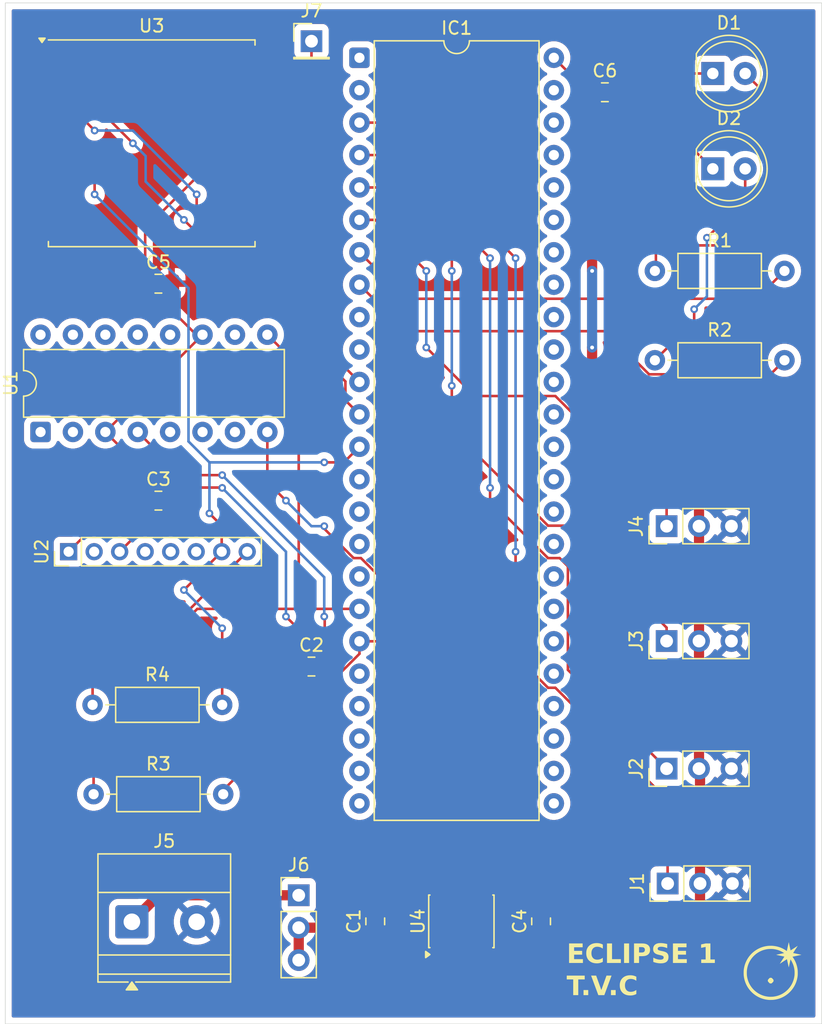
<source format=kicad_pcb>
(kicad_pcb (version 20241229) (generator "pcbnew") (generator_version "9.0")
  (layers (0 "F.Cu" signal) (2 "B.Cu" signal) (13 "F.Paste" user) (15 "B.Paste" user) (5 "F.SilkS" user "F.Silkscreen") (7 "B.SilkS" user "B.Silkscreen") (1 "F.Mask" user) (3 "B.Mask" user) (25 "Edge.Cuts" user))
  (net 0 "")
  (net 1 "VCC_5V")
  (net 2 "Net-(U1-GNDA)")
  (net 3 "/VCC_3V3")
  (net 4 "Net-(U2-GND)")
  (net 5 "/Vcc_3V3")
  (net 6 "Net-(C4-Pad2)")
  (net 7 "GND")
  (net 8 "Net-(IC1-GND_5)")
  (net 9 "Net-(D1-K)")
  (net 10 "Net-(D1-A)")
  (net 11 "Net-(D2-A)")
  (net 18 "Net-(IC1-IN2)")
  (net 19 "Net-(IC1-TX2)")
  (net 22 "/I2C_SCL")
  (net 27 "/I2C_SDA")
  (net 34 "Net-(IC1-LRCLK2)")
  (net 35 "/SPI_SCK")
  (net 38 "Net-(IC1-BCLK2)")
  (net 43 "/SPI_MISO")
  (net 46 "Net-(IC1-OUT1D)")
  (net 49 "/SPI_MOSI")
  (net 56 "Net-(IC1-RX2)")
  (net 59 "Net-(J5-Pin_1)")
  (net 60 "Net-(J7-Pin_1)")
  (net 61 "Net-(U2-SCLK)")
  (footprint "Capacitor_SMD:C_0805_2012Metric_Pad1.18x1.45mm_HandSolder" (layer "F.Cu") (at 143 138.9625 90)
    (property "Reference" "C1" (at 0 -1.68 90) (layer "F.SilkS"))
    (property "Value" "C_Polarized")
    (pad "1" smd roundrect (at -1.0375 0 90) (size 1.175 1.45) (layers "F.Cu" "F.Mask" "F.Paste") (roundrect_rratio 0.212766) (net 1 "VCC_5V"))
    (pad "2" smd roundrect (at 1.0375 0 90) (size 1.175 1.45) (layers "F.Cu" "F.Mask" "F.Paste") (roundrect_rratio 0.212766) (net 1 "VCC_5V"))
  )
  (footprint "LOGO" (layer "F.Cu") (at 174 143)
    (property "Reference" "." (at 0 0 0) (layer "F.SilkS") (effects (font (size 1.5 1.5) (thickness 0.3))))
    (property "Value" "LOGO" (hide yes))
  )
  (footprint "TerminalBlock_Phoenix:TerminalBlock_Phoenix_MKDS-1,5-2-5.08_1x02_P5.08mm_Horizontal" (layer "F.Cu") (at 123.92 139)
    (property "Reference" "J5" (at 2.54 -6.32 0) (layer "F.SilkS"))
    (property "Value" "Conn_01x02_Pin")
    (pad "1" thru_hole roundrect (at 0 0) (size 2.6 2.6) (drill 1.3) (layers "*.Cu" "*.Mask") (roundrect_rratio 0.096154) (net 59 "Net-(J5-Pin_1)"))
    (pad "2" thru_hole circle (at 5.08 0) (size 2.6 2.6) (drill 1.3) (layers "*.Cu" "*.Mask") (net 7 "GND"))
  )
  (footprint "LED_THT:LED_D5.0mm" (layer "F.Cu") (at 169.46 80)
    (property "Reference" "D2" (at 1.27 -3.96 0) (layer "F.SilkS"))
    (property "Value" "LED")
    (pad "1" thru_hole rect (at 0 0) (size 1.8 1.8) (drill 0.9) (layers "*.Cu" "*.Mask") (net 9 "Net-(D1-K)"))
    (pad "2" thru_hole circle (at 2.54 0) (size 1.8 1.8) (drill 0.9) (layers "*.Cu" "*.Mask") (net 11 "Net-(D2-A)"))
  )
  (footprint "Capacitor_SMD:C_0805_2012Metric_Pad1.18x1.45mm_HandSolder" (layer "F.Cu") (at 161 74)
    (property "Reference" "C6" (at 0 -1.68 0) (layer "F.SilkS"))
    (property "Value" "C")
    (pad "1" smd roundrect (at -1.0375 0) (size 1.175 1.45) (layers "F.Cu" "F.Mask" "F.Paste") (roundrect_rratio 0.212766) (net 1 "VCC_5V"))
    (pad "2" smd roundrect (at 1.0375 0) (size 1.175 1.45) (layers "F.Cu" "F.Mask" "F.Paste") (roundrect_rratio 0.212766) (net 8 "Net-(IC1-GND_5)"))
  )
  (footprint "Connector_PinHeader_2.54mm:PinHeader_1x03_P2.54mm_Vertical" (layer "F.Cu") (at 165.84 108 90)
    (property "Reference" "J4" (at 0 -2.38 90) (layer "F.SilkS"))
    (property "Value" "Conn_01x03")
    (pad "1" thru_hole rect (at 0 0 90) (size 1.7 1.7) (drill 1) (layers "*.Cu" "*.Mask") (net 46 "Net-(IC1-OUT1D)"))
    (pad "2" thru_hole circle (at 0 2.54 90) (size 1.7 1.7) (drill 1) (layers "*.Cu" "*.Mask") (net 1 "VCC_5V"))
    (pad "3" thru_hole circle (at 0 5.08 90) (size 1.7 1.7) (drill 1) (layers "*.Cu" "*.Mask") (net 7 "GND"))
  )
  (footprint "Package_DIP:DIP-48_W15.24mm" (layer "F.Cu") (at 141.76 71.3)
    (property "Reference" "IC1" (at 7.62 -2.33 0) (layer "F.SilkS"))
    (property "Value" "TEENSY_4.1")
    (pad "1" thru_hole roundrect (at 0 0) (size 1.6 1.6) (drill 0.8) (layers "*.Cu" "*.Mask") (roundrect_rratio 0.15625))
    (pad "2" thru_hole circle (at 0 2.54) (size 1.6 1.6) (drill 0.8) (layers "*.Cu" "*.Mask"))
    (pad "3" thru_hole circle (at 0 5.08) (size 1.6 1.6) (drill 0.8) (layers "*.Cu" "*.Mask") (net 34 "Net-(IC1-LRCLK2)"))
    (pad "4" thru_hole circle (at 0 7.62) (size 1.6 1.6) (drill 0.8) (layers "*.Cu" "*.Mask") (net 38 "Net-(IC1-BCLK2)"))
    (pad "5" thru_hole circle (at 0 10.16) (size 1.6 1.6) (drill 0.8) (layers "*.Cu" "*.Mask") (net 18 "Net-(IC1-IN2)"))
    (pad "6" thru_hole circle (at 0 12.7) (size 1.6 1.6) (drill 0.8) (layers "*.Cu" "*.Mask") (net 46 "Net-(IC1-OUT1D)"))
    (pad "7" thru_hole circle (at 0 15.24) (size 1.6 1.6) (drill 0.8) (layers "*.Cu" "*.Mask") (net 56 "Net-(IC1-RX2)"))
    (pad "8" thru_hole circle (at 0 17.78) (size 1.6 1.6) (drill 0.8) (layers "*.Cu" "*.Mask") (net 19 "Net-(IC1-TX2)"))
    (pad "9" thru_hole circle (at 0 20.32) (size 1.6 1.6) (drill 0.8) (layers "*.Cu" "*.Mask"))
    (pad "10" thru_hole circle (at 0 22.86) (size 1.6 1.6) (drill 0.8) (layers "*.Cu" "*.Mask"))
    (pad "11" thru_hole circle (at 0 25.4) (size 1.6 1.6) (drill 0.8) (layers "*.Cu" "*.Mask") (net 49 "/SPI_MOSI"))
    (pad "12" thru_hole circle (at 0 27.94) (size 1.6 1.6) (drill 0.8) (layers "*.Cu" "*.Mask") (net 43 "/SPI_MISO"))
    (pad "13" thru_hole circle (at 0 30.48) (size 1.6 1.6) (drill 0.8) (layers "*.Cu" "*.Mask") (net 35 "/SPI_SCK"))
    (pad "14" thru_hole circle (at 0 33.02) (size 1.6 1.6) (drill 0.8) (layers "*.Cu" "*.Mask"))
    (pad "15" thru_hole circle (at 0 35.56) (size 1.6 1.6) (drill 0.8) (layers "*.Cu" "*.Mask"))
    (pad "16" thru_hole circle (at 0 38.1) (size 1.6 1.6) (drill 0.8) (layers "*.Cu" "*.Mask"))
    (pad "17" thru_hole circle (at 0 40.64) (size 1.6 1.6) (drill 0.8) (layers "*.Cu" "*.Mask"))
    (pad "18" thru_hole circle (at 0 43.18) (size 1.6 1.6) (drill 0.8) (layers "*.Cu" "*.Mask") (net 27 "/I2C_SDA"))
    (pad "19" thru_hole circle (at 0 45.72) (size 1.6 1.6) (drill 0.8) (layers "*.Cu" "*.Mask") (net 22 "/I2C_SCL"))
    (pad "20" thru_hole circle (at 0 48.26) (size 1.6 1.6) (drill 0.8) (layers "*.Cu" "*.Mask"))
    (pad "21" thru_hole circle (at 0 50.8) (size 1.6 1.6) (drill 0.8) (layers "*.Cu" "*.Mask"))
    (pad "22" thru_hole circle (at 0 53.34) (size 1.6 1.6) (drill 0.8) (layers "*.Cu" "*.Mask"))
    (pad "23" thru_hole circle (at 0 55.88) (size 1.6 1.6) (drill 0.8) (layers "*.Cu" "*.Mask"))
    (pad "24" thru_hole circle (at 0 58.42) (size 1.6 1.6) (drill 0.8) (layers "*.Cu" "*.Mask"))
    (pad "25" thru_hole circle (at 15.24 58.42) (size 1.6 1.6) (drill 0.8) (layers "*.Cu" "*.Mask"))
    (pad "26" thru_hole circle (at 15.24 55.88) (size 1.6 1.6) (drill 0.8) (layers "*.Cu" "*.Mask"))
    (pad "27" thru_hole circle (at 15.24 53.34) (size 1.6 1.6) (drill 0.8) (layers "*.Cu" "*.Mask"))
    (pad "28" thru_hole circle (at 15.24 50.8) (size 1.6 1.6) (drill 0.8) (layers "*.Cu" "*.Mask"))
    (pad "29" thru_hole circle (at 15.24 48.26) (size 1.6 1.6) (drill 0.8) (layers "*.Cu" "*.Mask"))
    (pad "30" thru_hole circle (at 15.24 45.72) (size 1.6 1.6) (drill 0.8) (layers "*.Cu" "*.Mask"))
    (pad "31" thru_hole circle (at 15.24 43.18) (size 1.6 1.6) (drill 0.8) (layers "*.Cu" "*.Mask"))
    (pad "32" thru_hole circle (at 15.24 40.64) (size 1.6 1.6) (drill 0.8) (layers "*.Cu" "*.Mask"))
    (pad "33" thru_hole circle (at 15.24 38.1) (size 1.6 1.6) (drill 0.8) (layers "*.Cu" "*.Mask"))
    (pad "34" thru_hole circle (at 15.24 35.56) (size 1.6 1.6) (drill 0.8) (layers "*.Cu" "*.Mask"))
    (pad "35" thru_hole circle (at 15.24 33.02) (size 1.6 1.6) (drill 0.8) (layers "*.Cu" "*.Mask"))
    (pad "36" thru_hole circle (at 15.24 30.48) (size 1.6 1.6) (drill 0.8) (layers "*.Cu" "*.Mask"))
    (pad "37" thru_hole circle (at 15.24 27.94) (size 1.6 1.6) (drill 0.8) (layers "*.Cu" "*.Mask"))
    (pad "38" thru_hole circle (at 15.24 25.4) (size 1.6 1.6) (drill 0.8) (layers "*.Cu" "*.Mask"))
    (pad "39" thru_hole circle (at 15.24 22.86) (size 1.6 1.6) (drill 0.8) (layers "*.Cu" "*.Mask"))
    (pad "40" thru_hole circle (at 15.24 20.32) (size 1.6 1.6) (drill 0.8) (layers "*.Cu" "*.Mask"))
    (pad "41" thru_hole circle (at 15.24 17.78) (size 1.6 1.6) (drill 0.8) (layers "*.Cu" "*.Mask"))
    (pad "42" thru_hole circle (at 15.24 15.24) (size 1.6 1.6) (drill 0.8) (layers "*.Cu" "*.Mask"))
    (pad "43" thru_hole circle (at 15.24 12.7) (size 1.6 1.6) (drill 0.8) (layers "*.Cu" "*.Mask"))
    (pad "44" thru_hole circle (at 15.24 10.16) (size 1.6 1.6) (drill 0.8) (layers "*.Cu" "*.Mask"))
    (pad "45" thru_hole circle (at 15.24 7.62) (size 1.6 1.6) (drill 0.8) (layers "*.Cu" "*.Mask"))
    (pad "46" thru_hole circle (at 15.24 5.08) (size 1.6 1.6) (drill 0.8) (layers "*.Cu" "*.Mask"))
    (pad "47" thru_hole circle (at 15.24 2.54) (size 1.6 1.6) (drill 0.8) (layers "*.Cu" "*.Mask"))
    (pad "48" thru_hole circle (at 15.24 0) (size 1.6 1.6) (drill 0.8) (layers "*.Cu" "*.Mask") (net 9 "Net-(D1-K)"))
  )
  (footprint "Resistor_THT:R_Axial_DIN0207_L6.3mm_D2.5mm_P10.16mm_Horizontal" (layer "F.Cu") (at 120.92 129)
    (property "Reference" "R3" (at 5.08 -2.37 0) (layer "F.SilkS"))
    (property "Value" "R")
    (pad "1" thru_hole circle (at 0 0) (size 1.6 1.6) (drill 0.8) (layers "*.Cu" "*.Mask") (net 61 "Net-(U2-SCLK)"))
    (pad "2" thru_hole circle (at 10.16 0) (size 1.6 1.6) (drill 0.8) (layers "*.Cu" "*.Mask") (net 22 "/I2C_SCL"))
  )
  (footprint "Capacitor_SMD:C_0805_2012Metric_Pad1.18x1.45mm_HandSolder" (layer "F.Cu") (at 126 106)
    (property "Reference" "C3" (at 0 -1.68 0) (layer "F.SilkS"))
    (property "Value" "C")
    (pad "1" smd roundrect (at -1.0375 0) (size 1.175 1.45) (layers "F.Cu" "F.Mask" "F.Paste") (roundrect_rratio 0.212766) (net 3 "/VCC_3V3"))
    (pad "2" smd roundrect (at 1.0375 0) (size 1.175 1.45) (layers "F.Cu" "F.Mask" "F.Paste") (roundrect_rratio 0.212766) (net 4 "Net-(U2-GND)"))
  )
  (footprint "Capacitor_SMD:C_0805_2012Metric_Pad1.18x1.45mm_HandSolder" (layer "F.Cu") (at 138 119)
    (property "Reference" "C2" (at 0 -1.68 0) (layer "F.SilkS"))
    (property "Value" "C")
    (pad "1" smd roundrect (at -1.0375 0) (size 1.175 1.45) (layers "F.Cu" "F.Mask" "F.Paste") (roundrect_rratio 0.212766) (net 3 "/VCC_3V3"))
    (pad "2" smd roundrect (at 1.0375 0) (size 1.175 1.45) (layers "F.Cu" "F.Mask" "F.Paste") (roundrect_rratio 0.212766) (net 2 "Net-(U1-GNDA)"))
  )
  (footprint "Connector_PinHeader_2.54mm:PinHeader_1x01_P2.54mm_Vertical" (layer "F.Cu") (at 138 70)
    (property "Reference" "J7" (at 0 -2.38 0) (layer "F.SilkS"))
    (property "Value" "Conn_01x01_Pin")
    (pad "1" thru_hole rect (at 0 0) (size 1.7 1.7) (drill 1) (layers "*.Cu" "*.Mask") (net 60 "Net-(J7-Pin_1)"))
  )
  (footprint "Resistor_THT:R_Axial_DIN0207_L6.3mm_D2.5mm_P10.16mm_Horizontal" (layer "F.Cu") (at 164.92 95)
    (property "Reference" "R2" (at 5.08 -2.37 0) (layer "F.SilkS"))
    (property "Value" "R")
    (pad "1" thru_hole circle (at 0 0) (size 1.6 1.6) (drill 0.8) (layers "*.Cu" "*.Mask") (net 11 "Net-(D2-A)"))
    (pad "2" thru_hole circle (at 10.16 0) (size 1.6 1.6) (drill 0.8) (layers "*.Cu" "*.Mask") (net 19 "Net-(IC1-TX2)"))
  )
  (footprint "Connector_PinHeader_2.54mm:PinHeader_1x03_P2.54mm_Vertical" (layer "F.Cu") (at 165.84 117 90)
    (property "Reference" "J3" (at 0 -2.38 90) (layer "F.SilkS"))
    (property "Value" "Conn_01x03")
    (pad "1" thru_hole rect (at 0 0 90) (size 1.7 1.7) (drill 1) (layers "*.Cu" "*.Mask") (net 18 "Net-(IC1-IN2)"))
    (pad "2" thru_hole circle (at 0 2.54 90) (size 1.7 1.7) (drill 1) (layers "*.Cu" "*.Mask") (net 1 "VCC_5V"))
    (pad "3" thru_hole circle (at 0 5.08 90) (size 1.7 1.7) (drill 1) (layers "*.Cu" "*.Mask") (net 7 "GND"))
  )
  (footprint "Package_DIP:DIP-16_W7.62mm" (layer "F.Cu") (at 116.76 100.62 90)
    (property "Reference" "U1" (at 3.81 -2.33 90) (layer "F.SilkS"))
    (property "Value" "BMI088")
    (pad "1" thru_hole roundrect (at 0 0 90) (size 1.6 1.6) (drill 0.8) (layers "*.Cu" "*.Mask") (roundrect_rratio 0.15625))
    (pad "2" thru_hole circle (at 0 2.54 90) (size 1.6 1.6) (drill 0.8) (layers "*.Cu" "*.Mask"))
    (pad "3" thru_hole circle (at 0 5.08 90) (size 1.6 1.6) (drill 0.8) (layers "*.Cu" "*.Mask") (net 3 "/VCC_3V3"))
    (pad "4" thru_hole circle (at 0 7.62 90) (size 1.6 1.6) (drill 0.8) (layers "*.Cu" "*.Mask") (net 2 "Net-(U1-GNDA)"))
    (pad "5" thru_hole circle (at 0 10.16 90) (size 1.6 1.6) (drill 0.8) (layers "*.Cu" "*.Mask"))
    (pad "6" thru_hole circle (at 0 12.7 90) (size 1.6 1.6) (drill 0.8) (layers "*.Cu" "*.Mask"))
    (pad "7" thru_hole circle (at 0 15.24 90) (size 1.6 1.6) (drill 0.8) (layers "*.Cu" "*.Mask"))
    (pad "8" thru_hole circle (at 0 17.78 90) (size 1.6 1.6) (drill 0.8) (layers "*.Cu" "*.Mask") (net 22 "/I2C_SCL"))
    (pad "9" thru_hole circle (at 7.62 17.78 90) (size 1.6 1.6) (drill 0.8) (layers "*.Cu" "*.Mask") (net 27 "/I2C_SDA"))
    (pad "10" thru_hole circle (at 7.62 15.24 90) (size 1.6 1.6) (drill 0.8) (layers "*.Cu" "*.Mask"))
    (pad "11" thru_hole circle (at 7.62 12.7 90) (size 1.6 1.6) (drill 0.8) (layers "*.Cu" "*.Mask") (net 3 "/VCC_3V3"))
    (pad "12" thru_hole circle (at 7.62 10.16 90) (size 1.6 1.6) (drill 0.8) (layers "*.Cu" "*.Mask"))
    (pad "13" thru_hole circle (at 7.62 7.62 90) (size 1.6 1.6) (drill 0.8) (layers "*.Cu" "*.Mask"))
    (pad "14" thru_hole circle (at 7.62 5.08 90) (size 1.6 1.6) (drill 0.8) (layers "*.Cu" "*.Mask"))
    (pad "15" thru_hole circle (at 7.62 2.54 90) (size 1.6 1.6) (drill 0.8) (layers "*.Cu" "*.Mask"))
    (pad "16" thru_hole circle (at 7.62 0 90) (size 1.6 1.6) (drill 0.8) (layers "*.Cu" "*.Mask"))
  )
  (footprint "Capacitor_SMD:C_0805_2012Metric_Pad1.18x1.45mm_HandSolder" (layer "F.Cu") (at 156 138.9625 90)
    (property "Reference" "C4" (at 0 -1.68 90) (layer "F.SilkS"))
    (property "Value" "C_Polarized")
    (pad "1" smd roundrect (at -1.0375 0 90) (size 1.175 1.45) (layers "F.Cu" "F.Mask" "F.Paste") (roundrect_rratio 0.212766) (net 5 "/Vcc_3V3"))
    (pad "2" smd roundrect (at 1.0375 0 90) (size 1.175 1.45) (layers "F.Cu" "F.Mask" "F.Paste") (roundrect_rratio 0.212766) (net 6 "Net-(C4-Pad2)"))
  )
  (footprint "Connector_PinHeader_2.54mm:PinHeader_1x03_P2.54mm_Vertical" (layer "F.Cu") (at 137 136.92)
    (property "Reference" "J6" (at 0 -2.38 0) (layer "F.SilkS"))
    (property "Value" "Conn_01x03")
    (pad "1" thru_hole rect (at 0 0) (size 1.7 1.7) (drill 1) (layers "*.Cu" "*.Mask") (net 59 "Net-(J5-Pin_1)"))
    (pad "2" thru_hole circle (at 0 2.54) (size 1.7 1.7) (drill 1) (layers "*.Cu" "*.Mask") (net 1 "VCC_5V"))
    (pad "3" thru_hole circle (at 0 5.08) (size 1.7 1.7) (drill 1) (layers "*.Cu" "*.Mask") (net 1 "VCC_5V"))
  )
  (footprint "Package_SO:SOIC-8-1EP_3.9x4.9mm_P1.27mm_EP2.29x3mm" (layer "F.Cu") (at 149.75 138.9625 90)
    (property "Reference" "U4" (at 0 -3.4 90) (layer "F.SilkS"))
    (property "Value" "ADP7142ARDZ-3.3")
    (pad "1" smd roundrect (at -2.475 -1.905 90) (size 1.95 0.6) (layers "F.Cu" "F.Mask" "F.Paste") (net 5 "/Vcc_3V3"))
    (pad "2" smd roundrect (at -2.475 -0.635 90) (size 1.95 0.6) (layers "F.Cu" "F.Mask" "F.Paste") (net 5 "/Vcc_3V3"))
    (pad "3" smd roundrect (at -2.475 0.635 90) (size 1.95 0.6) (layers "F.Cu" "F.Mask" "F.Paste"))
    (pad "4" smd roundrect (at -2.475 1.905 90) (size 1.95 0.6) (layers "F.Cu" "F.Mask" "F.Paste") (net 6 "Net-(C4-Pad2)"))
    (pad "5" smd roundrect (at 2.475 1.905 90) (size 1.95 0.6) (layers "F.Cu" "F.Mask" "F.Paste"))
    (pad "6" smd roundrect (at 2.475 0.635 90) (size 1.95 0.6) (layers "F.Cu" "F.Mask" "F.Paste"))
    (pad "7" smd roundrect (at 2.475 -0.635 90) (size 1.95 0.6) (layers "F.Cu" "F.Mask" "F.Paste") (net 1 "VCC_5V"))
    (pad "8" smd roundrect (at 2.475 -1.905 90) (size 1.95 0.6) (layers "F.Cu" "F.Mask" "F.Paste") (net 1 "VCC_5V"))
    (pad "9" smd rect (at 0 0 90) (size 2.29 3) (property pad_prop_heatsink) (layers "F.Cu" "F.Mask") (net 6 "Net-(C4-Pad2)"))
  )
  (footprint "Connector_PinHeader_2.00mm:PinHeader_1x08_P2.00mm_Vertical" (layer "F.Cu") (at 118.9625 110 90)
    (property "Reference" "U2" (at 0 -2.11 90) (layer "F.SilkS"))
    (property "Value" "MS5611-01BA03")
    (pad "1" thru_hole rect (at 0 0 90) (size 1.35 1.35) (drill 0.8) (layers "*.Cu" "*.Mask") (net 3 "/VCC_3V3"))
    (pad "2" thru_hole circle (at 0 2 90) (size 1.35 1.35) (drill 0.8) (layers "*.Cu" "*.Mask"))
    (pad "3" thru_hole circle (at 0 4 90) (size 1.35 1.35) (drill 0.8) (layers "*.Cu" "*.Mask") (net 4 "Net-(U2-GND)"))
    (pad "4" thru_hole circle (at 0 6 90) (size 1.35 1.35) (drill 0.8) (layers "*.Cu" "*.Mask"))
    (pad "5" thru_hole circle (at 0 8 90) (size 1.35 1.35) (drill 0.8) (layers "*.Cu" "*.Mask"))
    (pad "6" thru_hole circle (at 0 10 90) (size 1.35 1.35) (drill 0.8) (layers "*.Cu" "*.Mask"))
    (pad "7" thru_hole circle (at 0 12 90) (size 1.35 1.35) (drill 0.8) (layers "*.Cu" "*.Mask") (net 35 "/SPI_SCK"))
    (pad "8" thru_hole circle (at 0 14 90) (size 1.35 1.35) (drill 0.8) (layers "*.Cu" "*.Mask") (net 61 "Net-(U2-SCLK)"))
  )
  (footprint "Capacitor_SMD:C_0805_2012Metric_Pad1.18x1.45mm_HandSolder" (layer "F.Cu") (at 126 89)
    (property "Reference" "C5" (at 0 -1.68 0) (layer "F.SilkS"))
    (property "Value" "C")
    (pad "1" smd roundrect (at -1.0375 0) (size 1.175 1.45) (layers "F.Cu" "F.Mask" "F.Paste") (roundrect_rratio 0.212766) (net 3 "/VCC_3V3"))
    (pad "2" smd roundrect (at 1.0375 0) (size 1.175 1.45) (layers "F.Cu" "F.Mask" "F.Paste") (roundrect_rratio 0.212766) (net 7 "GND"))
  )
  (footprint "Connector_PinHeader_2.54mm:PinHeader_1x03_P2.54mm_Vertical" (layer "F.Cu") (at 165.92 136 90)
    (property "Reference" "J1" (at 0 -2.38 90) (layer "F.SilkS"))
    (property "Value" "Conn_01x03")
    (pad "1" thru_hole rect (at 0 0 90) (size 1.7 1.7) (drill 1) (layers "*.Cu" "*.Mask") (net 34 "Net-(IC1-LRCLK2)"))
    (pad "2" thru_hole circle (at 0 2.54 90) (size 1.7 1.7) (drill 1) (layers "*.Cu" "*.Mask") (net 1 "VCC_5V"))
    (pad "3" thru_hole circle (at 0 5.08 90) (size 1.7 1.7) (drill 1) (layers "*.Cu" "*.Mask") (net 7 "GND"))
  )
  (footprint "Resistor_THT:R_Axial_DIN0207_L6.3mm_D2.5mm_P10.16mm_Horizontal" (layer "F.Cu") (at 120.84 122)
    (property "Reference" "R4" (at 5.08 -2.37 0) (layer "F.SilkS"))
    (property "Value" "R")
    (pad "1" thru_hole circle (at 0 0) (size 1.6 1.6) (drill 0.8) (layers "*.Cu" "*.Mask") (net 27 "/I2C_SDA"))
    (pad "2" thru_hole circle (at 10.16 0) (size 1.6 1.6) (drill 0.8) (layers "*.Cu" "*.Mask") (net 35 "/SPI_SCK"))
  )
  (footprint "RF_Module:HOPERF_RFM9XW_SMD" (layer "F.Cu") (at 125.475 78)
    (property "Reference" "U3" (at 0 -9.2 0) (layer "F.SilkS"))
    (property "Value" "RFM95W-868S2")
    (pad "1" smd roundrect (at -7.525 -7) (size 2.95 1.27) (layers "F.Cu" "F.Mask" "F.Paste") (net 7 "GND"))
    (pad "2" smd roundrect (at -7.525 -5) (size 2.95 1.27) (layers "F.Cu" "F.Mask" "F.Paste") (net 43 "/SPI_MISO"))
    (pad "3" smd roundrect (at -7.525 -3) (size 2.95 1.27) (layers "F.Cu" "F.Mask" "F.Paste") (net 49 "/SPI_MOSI"))
    (pad "4" smd roundrect (at -7.525 -1) (size 2.95 1.27) (layers "F.Cu" "F.Mask" "F.Paste") (net 35 "/SPI_SCK"))
    (pad "5" smd roundrect (at -7.525 1) (size 2.95 1.27) (layers "F.Cu" "F.Mask" "F.Paste"))
    (pad "6" smd roundrect (at -7.525 3) (size 2.95 1.27) (layers "F.Cu" "F.Mask" "F.Paste"))
    (pad "7" smd roundrect (at -7.525 5) (size 2.95 1.27) (layers "F.Cu" "F.Mask" "F.Paste"))
    (pad "8" smd roundrect (at -7.525 7) (size 2.95 1.27) (layers "F.Cu" "F.Mask" "F.Paste") (net 7 "GND"))
    (pad "9" smd roundrect (at 7.525 7) (size 2.95 1.27) (layers "F.Cu" "F.Mask" "F.Paste") (net 60 "Net-(J7-Pin_1)"))
    (pad "10" smd roundrect (at 7.525 5) (size 2.95 1.27) (layers "F.Cu" "F.Mask" "F.Paste") (net 7 "GND"))
    (pad "11" smd roundrect (at 7.525 3) (size 2.95 1.27) (layers "F.Cu" "F.Mask" "F.Paste"))
    (pad "12" smd roundrect (at 7.525 1) (size 2.95 1.27) (layers "F.Cu" "F.Mask" "F.Paste"))
    (pad "13" smd roundrect (at 7.525 -1) (size 2.95 1.27) (layers "F.Cu" "F.Mask" "F.Paste") (net 3 "/VCC_3V3"))
    (pad "14" smd roundrect (at 7.525 -3) (size 2.95 1.27) (layers "F.Cu" "F.Mask" "F.Paste"))
    (pad "15" smd roundrect (at 7.525 -5) (size 2.95 1.27) (layers "F.Cu" "F.Mask" "F.Paste"))
    (pad "16" smd roundrect (at 7.525 -7) (size 2.95 1.27) (layers "F.Cu" "F.Mask" "F.Paste"))
  )
  (footprint "LED_THT:LED_D5.0mm" (layer "F.Cu") (at 169.46 72.53)
    (property "Reference" "D1" (at 1.27 -3.96 0) (layer "F.SilkS"))
    (property "Value" "LED")
    (pad "1" thru_hole rect (at 0 0) (size 1.8 1.8) (drill 0.9) (layers "*.Cu" "*.Mask") (net 9 "Net-(D1-K)"))
    (pad "2" thru_hole circle (at 2.54 0) (size 1.8 1.8) (drill 0.9) (layers "*.Cu" "*.Mask") (net 10 "Net-(D1-A)"))
  )
  (footprint "Resistor_THT:R_Axial_DIN0207_L6.3mm_D2.5mm_P10.16mm_Horizontal" (layer "F.Cu") (at 164.92 88)
    (property "Reference" "R1" (at 5.08 -2.37 0) (layer "F.SilkS"))
    (property "Value" "R")
    (pad "1" thru_hole circle (at 0 0) (size 1.6 1.6) (drill 0.8) (layers "*.Cu" "*.Mask") (net 10 "Net-(D1-A)"))
    (pad "2" thru_hole circle (at 10.16 0) (size 1.6 1.6) (drill 0.8) (layers "*.Cu" "*.Mask") (net 56 "Net-(IC1-RX2)"))
  )
  (footprint "Connector_PinHeader_2.54mm:PinHeader_1x03_P2.54mm_Vertical" (layer "F.Cu") (at 165.84 127 90)
    (property "Reference" "J2" (at 0 -2.38 90) (layer "F.SilkS"))
    (property "Value" "Conn_01x03")
    (pad "1" thru_hole rect (at 0 0 90) (size 1.7 1.7) (drill 1) (layers "*.Cu" "*.Mask") (net 38 "Net-(IC1-BCLK2)"))
    (pad "2" thru_hole circle (at 0 2.54 90) (size 1.7 1.7) (drill 1) (layers "*.Cu" "*.Mask") (net 1 "VCC_5V"))
    (pad "3" thru_hole circle (at 0 5.08 90) (size 1.7 1.7) (drill 1) (layers "*.Cu" "*.Mask") (net 7 "GND"))
  )
  (gr_rect (start 114 67) (end 178 147) (stroke (width 0.05)) (fill no) (layer "Edge.Cuts"))
  (gr_text "ECLIPSE 1 \nT.V.C" (at 158 145 0) (layer "F.SilkS") (effects (font (size 1.5 1.5) (thickness 0.3) (bold yes)) (justify left bottom)))
  (segment (start 150.3325 134) (end 149.115 135.2175) (width 0.8) (layer "F.Cu") (net 1))
  (segment (start 168.38 108) (end 168.38 106.38) (width 0.8) (layer "F.Cu") (net 1))
  (segment (start 168.46 127.08) (end 168.38 127) (width 0.8) (layer "F.Cu") (net 1))
  (segment (start 146.4075 137.925) (end 143 137.925) (width 0.8) (layer "F.Cu") (net 1))
  (segment (start 155.67366 136) (end 153.67366 134) (width 0.8) (layer "F.Cu") (net 1))
  (segment (start 168.46 136) (end 168.46 127.08) (width 0.8) (layer "F.Cu") (net 1))
  (segment (start 157 136) (end 155.67366 136) (width 0.8) (layer "F.Cu") (net 1))
  (segment (start 168.46 137.54) (end 168 138) (width 0.8) (layer "F.Cu") (net 1))
  (segment (start 147.845 136.4875) (end 146.4075 137.925) (width 0.8) (layer "F.Cu") (net 1))
  (segment (start 168.38 127) (end 168.38 117) (width 0.8) (layer "F.Cu") (net 1))
  (segment (start 160 98) (end 160 94) (width 0.8) (layer "F.Cu") (net 1))
  (segment (start 168 138) (end 159 138) (width 0.8) (layer "F.Cu") (net 1))
  (segment (start 149.115 135.2175) (end 149.115 136.4875) (width 0.8) (layer "F.Cu") (net 1))
  (segment (start 168.38 106.38) (end 160 98) (width 0.8) (layer "F.Cu") (net 1))
  (segment (start 149.115 136.4875) (end 147.845 136.4875) (width 0.8) (layer "F.Cu") (net 1))
  (segment (start 143 137.925) (end 143 140) (width 0.8) (layer "F.Cu") (net 1))
  (segment (start 160 88) (end 160 87) (width 0.8) (layer "F.Cu") (net 1))
  (segment (start 142 140) (end 141.46 139.46) (width 0.8) (layer "F.Cu") (net 1))
  (segment (start 141.46 139.46) (end 137 139.46) (width 0.8) (layer "F.Cu") (net 1))
  (segment (start 160 87) (end 159.9625 86.9625) (width 0.8) (layer "F.Cu") (net 1))
  (segment (start 153.67366 134) (end 150.3325 134) (width 0.8) (layer "F.Cu") (net 1))
  (segment (start 168.46 136) (end 168.46 137.54) (width 0.8) (layer "F.Cu") (net 1))
  (segment (start 159.9625 86.9625) (end 159.9625 74) (width 0.8) (layer "F.Cu") (net 1))
  (segment (start 137 139.46) (end 137 142) (width 0.8) (layer "F.Cu") (net 1))
  (segment (start 143 140) (end 142 140) (width 0.8) (layer "F.Cu") (net 1))
  (segment (start 168.38 117) (end 168.38 108) (width 0.8) (layer "F.Cu") (net 1))
  (segment (start 159 138) (end 157 136) (width 0.8) (layer "F.Cu") (net 1))
  (via (at 160 94) (size 0.6) (drill 0.3) (layers "F.Cu" "B.Cu") (net 1))
  (via (at 160 88) (size 0.6) (drill 0.3) (layers "F.Cu" "B.Cu") (net 1))
  (segment (start 160 94) (end 160 88) (width 0.8) (layer "B.Cu") (net 1))
  (segment (start 139.0375 115.1175) (end 139 115.08) (width 0.2) (layer "F.Cu") (net 2))
  (segment (start 139.0375 119) (end 139.0375 115.1175) (width 0.2) (layer "F.Cu") (net 2))
  (segment (start 131 104) (end 127.76 104) (width 0.2) (layer "F.Cu") (net 2))
  (segment (start 127.76 104) (end 124.38 100.62) (width 0.2) (layer "F.Cu") (net 2))
  (via (at 139 115.08) (size 0.6) (drill 0.3) (layers "F.Cu" "B.Cu") (net 2))
  (via (at 131 104) (size 0.6) (drill 0.3) (layers "F.Cu" "B.Cu") (net 2))
  (segment (start 139 115.08) (end 139 112) (width 0.2) (layer "B.Cu") (net 2))
  (segment (start 139 112) (end 131 104) (width 0.2) (layer "B.Cu") (net 2))
  (segment (start 131 105) (end 130.974 104.974) (width 0.2) (layer "F.Cu") (net 3))
  (segment (start 124.9625 106) (end 122.9625 106) (width 0.2) (layer "F.Cu") (net 3))
  (segment (start 125.168 106) (end 126.194 104.974) (width 0.2) (layer "F.Cu") (net 3))
  (segment (start 124.9625 84.687808) (end 132.650308 77) (width 0.2) (layer "F.Cu") (net 3))
  (segment (start 136.9625 116.0425) (end 136 115.08) (width 0.2) (layer "F.Cu") (net 3))
  (segment (start 129.46 93) (end 121.84 100.62) (width 0.2) (layer "F.Cu") (net 3))
  (segment (start 130.974 104.974) (end 126.194 104.974) (width 0.2) (layer "F.Cu") (net 3))
  (segment (start 136.9625 119) (end 136.9625 116.0425) (width 0.2) (layer "F.Cu") (net 3))
  (segment (start 122.9625 106) (end 118.9625 110) (width 0.2) (layer "F.Cu") (net 3))
  (segment (start 124.9625 106) (end 125.168 106) (width 0.2) (layer "F.Cu") (net 3))
  (segment (start 132.650308 77) (end 133 77) (width 0.2) (layer "F.Cu") (net 3))
  (segment (start 124.9625 89) (end 128.9625 93) (width 0.2) (layer "F.Cu") (net 3))
  (segment (start 126.194 104.974) (end 121.84 100.62) (width 0.2) (layer "F.Cu") (net 3))
  (segment (start 128.9625 93) (end 129.46 93) (width 0.2) (layer "F.Cu") (net 3))
  (segment (start 124.9625 89) (end 124.9625 84.687808) (width 0.2) (layer "F.Cu") (net 3))
  (via (at 136 115.08) (size 0.6) (drill 0.3) (layers "F.Cu" "B.Cu") (net 3))
  (via (at 131 105) (size 0.6) (drill 0.3) (layers "F.Cu" "B.Cu") (net 3))
  (segment (start 136 110) (end 131 105) (width 0.2) (layer "B.Cu") (net 3))
  (segment (start 136 115.08) (end 136 110) (width 0.2) (layer "B.Cu") (net 3))
  (segment (start 127.0375 106) (end 126.9625 106) (width 0.2) (layer "F.Cu") (net 4))
  (segment (start 126.9625 106) (end 122.9625 110) (width 0.2) (layer "F.Cu") (net 4))
  (segment (start 149.115 141.4375) (end 147.845 141.4375) (width 0.2) (layer "F.Cu") (net 5))
  (segment (start 149.416001 142.7135) (end 149.115 142.412499) (width 0.2) (layer "F.Cu") (net 5))
  (segment (start 153.2865 142.7135) (end 149.416001 142.7135) (width 0.2) (layer "F.Cu") (net 5))
  (segment (start 156 140) (end 153.2865 142.7135) (width 0.2) (layer "F.Cu") (net 5))
  (segment (start 149.115 142.412499) (end 149.115 141.4375) (width 0.2) (layer "F.Cu") (net 5))
  (segment (start 156 137.925) (end 155.1675 137.925) (width 0.2) (layer "F.Cu") (net 6))
  (segment (start 156 137.925) (end 150.7875 137.925) (width 0.2) (layer "F.Cu") (net 6))
  (segment (start 150.7875 137.925) (end 149.75 138.9625) (width 0.2) (layer "F.Cu") (net 6))
  (segment (start 155.1675 137.925) (end 151.655 141.4375) (width 0.2) (layer "F.Cu") (net 6))
  (segment (start 169.46 80) (end 164 74.54) (width 0.2) (layer "F.Cu") (net 9))
  (segment (start 169.46 72.53) (end 164 72.53) (width 0.2) (layer "F.Cu") (net 9))
  (segment (start 158.23 72.53) (end 157 71.3) (width 0.2) (layer "F.Cu") (net 9))
  (segment (start 164 72.53) (end 158.23 72.53) (width 0.2) (layer "F.Cu") (net 9))
  (segment (start 164 74.54) (end 164 72.53) (width 0.2) (layer "F.Cu") (net 9))
  (segment (start 165 86) (end 165 87.92) (width 0.2) (layer "F.Cu") (net 10))
  (segment (start 172 72.53) (end 175 75.53) (width 0.2) (layer "F.Cu") (net 10))
  (segment (start 165 87.92) (end 164.92 88) (width 0.2) (layer "F.Cu") (net 10))
  (segment (start 175 75.53) (end 175 86) (width 0.2) (layer "F.Cu") (net 10))
  (segment (start 175 86) (end 165 86) (width 0.2) (layer "F.Cu") (net 10))
  (segment (start 168 91) (end 168 91.92) (width 0.2) (layer "F.Cu") (net 11))
  (segment (start 172 82.4) (end 169 85.4) (width 0.2) (layer "F.Cu") (net 11))
  (segment (start 172 80) (end 172 82.4) (width 0.2) (layer "F.Cu") (net 11))
  (segment (start 168 91.92) (end 164.92 95) (width 0.2) (layer "F.Cu") (net 11))
  (via (at 168 91) (size 0.6) (drill 0.3) (layers "F.Cu" "B.Cu") (net 11))
  (via (at 169 85.4) (size 0.6) (drill 0.3) (layers "F.Cu" "B.Cu") (net 11))
  (segment (start 169 90) (end 168 91) (width 0.2) (layer "B.Cu") (net 11))
  (segment (start 169 85.4) (end 169 90) (width 0.2) (layer "B.Cu") (net 11))
  (segment (start 144.46 81.46) (end 141.76 81.46) (width 0.2) (layer "F.Cu") (net 18))
  (segment (start 149 86) (end 144.46 81.46) (width 0.2) (layer "F.Cu") (net 18))
  (segment (start 149 100.41705) (end 149 97) (width 0.2) (layer "F.Cu") (net 18))
  (segment (start 157.851 107.961) (end 156.54395 107.961) (width 0.2) (layer "F.Cu") (net 18))
  (segment (start 165.84 115.95) (end 157.851 107.961) (width 0.2) (layer "F.Cu") (net 18))
  (segment (start 149 88) (end 149 86) (width 0.2) (layer "F.Cu") (net 18))
  (segment (start 165.84 117) (end 165.84 115.95) (width 0.2) (layer "F.Cu") (net 18))
  (segment (start 156.54395 107.961) (end 149 100.41705) (width 0.2) (layer "F.Cu") (net 18))
  (via (at 149 88) (size 0.6) (drill 0.3) (layers "F.Cu" "B.Cu") (net 18))
  (via (at 149 97) (size 0.6) (drill 0.3) (layers "F.Cu" "B.Cu") (net 18))
  (segment (start 149 97) (end 149 89) (width 0.2) (layer "B.Cu") (net 18))
  (segment (start 149 89) (end 149 88) (width 0.2) (layer "B.Cu") (net 18))
  (segment (start 161.08395 92.721) (end 145.401 92.721) (width 0.2) (layer "F.Cu") (net 19))
  (segment (start 145.401 92.721) (end 141.76 89.08) (width 0.2) (layer "F.Cu") (net 19))
  (segment (start 175.08 95) (end 173.979 96.101) (width 0.2) (layer "F.Cu") (net 19))
  (segment (start 173.979 96.101) (end 164.46395 96.101) (width 0.2) (layer "F.Cu") (net 19))
  (segment (start 164.46395 96.101) (end 161.08395 92.721) (width 0.2) (layer "F.Cu") (net 19))
  (segment (start 139 108.19705) (end 141.30395 110.501) (width 0.2) (layer "F.Cu") (net 22))
  (segment (start 134.54 104.54) (end 136 106) (width 0.2) (layer "F.Cu") (net 22))
  (segment (start 131.08 128.68295) (end 141.76 118.00295) (width 0.2) (layer "F.Cu") (net 22))
  (segment (start 141.87805 110.501) (end 144 112.62295) (width 0.2) (layer "F.Cu") (net 22))
  (segment (start 144 112.62295) (end 144 117) (width 0.2) (layer "F.Cu") (net 22))
  (segment (start 143.98 117.02) (end 141.76 117.02) (width 0.2) (layer "F.Cu") (net 22))
  (segment (start 144 117) (end 143.98 117.02) (width 0.2) (layer "F.Cu") (net 22))
  (segment (start 131.08 129) (end 131.08 128.68295) (width 0.2) (layer "F.Cu") (net 22))
  (segment (start 139 108) (end 139 108.19705) (width 0.2) (layer "F.Cu") (net 22))
  (segment (start 141.30395 110.501) (end 141.87805 110.501) (width 0.2) (layer "F.Cu") (net 22))
  (segment (start 134.54 100.62) (end 134.54 104.54) (width 0.2) (layer "F.Cu") (net 22))
  (segment (start 141.76 118.00295) (end 141.76 117.02) (width 0.2) (layer "F.Cu") (net 22))
  (via (at 136 106) (size 0.6) (drill 0.3) (layers "F.Cu" "B.Cu") (net 22))
  (via (at 139 108) (size 0.6) (drill 0.3) (layers "F.Cu" "B.Cu") (net 22))
  (segment (start 136 106) (end 138 108) (width 0.2) (layer "B.Cu") (net 22))
  (segment (start 138 108) (end 139 108) (width 0.2) (layer "B.Cu") (net 22))
  (segment (start 122 118) (end 125.5296 118) (width 0.2) (layer "F.Cu") (net 27))
  (segment (start 134.54 93) (end 137 95.46) (width 0.2) (layer "F.Cu") (net 27))
  (segment (start 129.0496 114.48) (end 137 114.48) (width 0.2) (layer "F.Cu") (net 27))
  (segment (start 125.5296 118) (end 129.0496 114.48) (width 0.2) (layer "F.Cu") (net 27))
  (segment (start 120.84 119.16) (end 122 118) (width 0.2) (layer "F.Cu") (net 27))
  (segment (start 137 95.46) (end 137 114.48) (width 0.2) (layer "F.Cu") (net 27))
  (segment (start 120.84 122) (end 120.84 119.16) (width 0.2) (layer "F.Cu") (net 27))
  (segment (start 137 114.48) (end 141.76 114.48) (width 0.2) (layer "F.Cu") (net 27))
  (segment (start 165.92 136) (end 165.92 129.46295) (width 0.2) (layer "F.Cu") (net 34))
  (segment (start 154 87) (end 143.38 76.38) (width 0.2) (layer "F.Cu") (net 34))
  (segment (start 154 118.11705) (end 154 110) (width 0.2) (layer "F.Cu") (net 34))
  (segment (start 157.11805 120.661) (end 156.54395 120.661) (width 0.2) (layer "F.Cu") (net 34))
  (segment (start 165.92 129.46295) (end 157.11805 120.661) (width 0.2) (layer "F.Cu") (net 34))
  (segment (start 143.38 76.38) (end 141.76 76.38) (width 0.2) (layer "F.Cu") (net 34))
  (segment (start 156.54395 120.661) (end 154 118.11705) (width 0.2) (layer "F.Cu") (net 34))
  (via (at 154 87) (size 0.6) (drill 0.3) (layers "F.Cu" "B.Cu") (net 34))
  (via (at 154 110) (size 0.6) (drill 0.3) (layers "F.Cu" "B.Cu") (net 34))
  (segment (start 154 110) (end 154 87) (width 0.2) (layer "B.Cu") (net 34))
  (segment (start 139 103) (end 140.54 103) (width 0.2) (layer "F.Cu") (net 35))
  (segment (start 129 112) (end 129 111.9625) (width 0.2) (layer "F.Cu") (net 35))
  (segment (start 140.54 103) (end 141.76 101.78) (width 0.2) (layer "F.Cu") (net 35))
  (segment (start 121 79.700308) (end 118.299692 77) (width 0.2) (layer "F.Cu") (net 35))
  (segment (start 131 122) (end 131 116) (width 0.2) (layer "F.Cu") (net 35))
  (segment (start 128 113) (end 129 112) (width 0.2) (layer "F.Cu") (net 35))
  (segment (start 129 111.9625) (end 130.9625 110) (width 0.2) (layer "F.Cu") (net 35))
  (segment (start 130.9625 110) (end 130.9625 107.9625) (width 0.2) (layer "F.Cu") (net 35))
  (segment (start 121 82) (end 121 79.700308) (width 0.2) (layer "F.Cu") (net 35))
  (segment (start 130.9625 107.9625) (end 130 107) (width 0.2) (layer "F.Cu") (net 35))
  (segment (start 118.299692 77) (end 117.95 77) (width 0.2) (layer "F.Cu") (net 35))
  (via (at 130 107) (size 0.6) (drill 0.3) (layers "F.Cu" "B.Cu") (net 35))
  (via (at 139 103) (size 0.6) (drill 0.3) (layers "F.Cu" "B.Cu") (net 35))
  (via (at 121 82) (size 0.6) (drill 0.3) (layers "F.Cu" "B.Cu") (net 35))
  (via (at 128 113) (size 0.6) (drill 0.3) (layers "F.Cu" "B.Cu") (net 35))
  (via (at 131 116) (size 0.6) (drill 0.3) (layers "F.Cu" "B.Cu") (net 35))
  (segment (start 130 103) (end 139 103) (width 0.2) (layer "B.Cu") (net 35))
  (segment (start 130 107) (end 130 103) (width 0.2) (layer "B.Cu") (net 35))
  (segment (start 128.359 89.359) (end 121 82) (width 0.2) (layer "B.Cu") (net 35))
  (segment (start 130 103) (end 128.359 101.359) (width 0.2) (layer "B.Cu") (net 35))
  (segment (start 128.359 101.359) (end 128.359 89.359) (width 0.2) (layer "B.Cu") (net 35))
  (segment (start 131 116) (end 128 113) (width 0.2) (layer "B.Cu") (net 35))
  (segment (start 156.54395 110.501) (end 152 105.95705) (width 0.2) (layer "F.Cu") (net 38))
  (segment (start 152 87) (end 143.92 78.92) (width 0.2) (layer "F.Cu") (net 38))
  (segment (start 143.92 78.92) (end 141.76 78.92) (width 0.2) (layer "F.Cu") (net 38))
  (segment (start 158.101 119.261) (end 158.101 111.14595) (width 0.2) (layer "F.Cu") (net 38))
  (segment (start 158.101 111.14595) (end 157.45605 110.501) (width 0.2) (layer "F.Cu") (net 38))
  (segment (start 152 105.95705) (end 152 105) (width 0.2) (layer "F.Cu") (net 38))
  (segment (start 165.84 127) (end 158.101 119.261) (width 0.2) (layer "F.Cu") (net 38))
  (segment (start 157.45605 110.501) (end 156.54395 110.501) (width 0.2) (layer "F.Cu") (net 38))
  (via (at 152 87) (size 0.6) (drill 0.3) (layers "F.Cu" "B.Cu") (net 38))
  (via (at 152 105) (size 0.6) (drill 0.3) (layers "F.Cu" "B.Cu") (net 38))
  (segment (start 152 105) (end 152 87) (width 0.2) (layer "B.Cu") (net 38))
  (segment (start 119 73) (end 117.95 73) (width 0.2) (layer "F.Cu") (net 43))
  (segment (start 141.76 99.24) (end 140.659 98.139) (width 0.2) (layer "F.Cu") (net 43))
  (segment (start 124 78) (end 119 73) (width 0.2) (layer "F.Cu") (net 43))
  (segment (start 140.659 96.659) (end 128 84) (width 0.2) (layer "F.Cu") (net 43))
  (segment (start 140.659 98.139) (end 140.659 96.659) (width 0.2) (layer "F.Cu") (net 43))
  (via (at 128 84) (size 0.6) (drill 0.3) (layers "F.Cu" "B.Cu") (net 43))
  (via (at 124 78) (size 0.6) (drill 0.3) (layers "F.Cu" "B.Cu") (net 43))
  (segment (start 128 84) (end 125 81) (width 0.2) (layer "B.Cu") (net 43))
  (segment (start 125 81) (end 125 79) (width 0.2) (layer "B.Cu") (net 43))
  (segment (start 125 79) (end 124 78) (width 0.2) (layer "B.Cu") (net 43))
  (segment (start 150.801 97.801) (end 147 94) (width 0.2) (layer "F.Cu") (net 46))
  (segment (start 157.11805 97.801) (end 150.801 97.801) (width 0.2) (layer "F.Cu") (net 46))
  (segment (start 165.84 108) (end 165.84 106.52295) (width 0.2) (layer "F.Cu") (net 46))
  (segment (start 147 88) (end 143 84) (width 0.2) (layer "F.Cu") (net 46))
  (segment (start 165.84 106.52295) (end 157.11805 97.801) (width 0.2) (layer "F.Cu") (net 46))
  (segment (start 143 84) (end 141.76 84) (width 0.2) (layer "F.Cu") (net 46))
  (via (at 147 94) (size 0.6) (drill 0.3) (layers "F.Cu" "B.Cu") (net 46))
  (via (at 147 88) (size 0.6) (drill 0.3) (layers "F.Cu" "B.Cu") (net 46))
  (segment (start 147 94) (end 147 88) (width 0.2) (layer "B.Cu") (net 46))
  (segment (start 132.06 87) (end 132 87) (width 0.2) (layer "F.Cu") (net 49))
  (segment (start 119 75) (end 117.95 75) (width 0.2) (layer "F.Cu") (net 49))
  (segment (start 121 77) (end 119 75) (width 0.2) (layer "F.Cu") (net 49))
  (segment (start 129 84) (end 129 82) (width 0.2) (layer "F.Cu") (net 49))
  (segment (start 141.76 96.7) (end 132.06 87) (width 0.2) (layer "F.Cu") (net 49))
  (segment (start 132 87) (end 129 84) (width 0.2) (layer "F.Cu") (net 49))
  (via (at 121 77) (size 0.6) (drill 0.3) (layers "F.Cu" "B.Cu") (net 49))
  (via (at 129 82) (size 0.6) (drill 0.3) (layers "F.Cu" "B.Cu") (net 49))
  (segment (start 129 82) (end 124 77) (width 0.2) (layer "B.Cu") (net 49))
  (segment (start 124 77) (end 121 77) (width 0.2) (layer "B.Cu") (net 49))
  (segment (start 145.401 90.181) (end 141.76 86.54) (width 0.2) (layer "F.Cu") (net 56))
  (segment (start 175.08 88) (end 172.899 90.181) (width 0.2) (layer "F.Cu") (net 56))
  (segment (start 172.899 90.181) (end 145.401 90.181) (width 0.2) (layer "F.Cu") (net 56))
  (segment (start 137 136.92) (end 126 136.92) (width 0.8) (layer "F.Cu") (net 59))
  (segment (start 126 136.92) (end 123.92 139) (width 0.8) (layer "F.Cu") (net 59))
  (segment (start 138 81) (end 138 70) (width 0.2) (layer "F.Cu") (net 60))
  (segment (start 134 85) (end 138 81) (width 0.2) (layer "F.Cu") (net 60))
  (segment (start 133 85) (end 134 85) (width 0.2) (layer "F.Cu") (net 60))
  (segment (start 120.92 129) (end 120.92 125.92) (width 0.2) (layer "F.Cu") (net 61))
  (segment (start 120.92 125.92) (end 118 123) (width 0.2) (layer "F.Cu") (net 61))
  (segment (start 118 115) (end 127.9625 115) (width 0.2) (layer "F.Cu") (net 61))
  (segment (start 118 123) (end 118 115) (width 0.2) (layer "F.Cu") (net 61))
  (segment (start 127.9625 115) (end 132.9625 110) (width 0.2) (layer "F.Cu") (net 61))
  (zone (net 7) (net_name "GND") (layer "F.Cu") (priority 2) (connect_pads (clearance 0.5)) (min_thickness 0.25) (fill yes (thermal_gap 0.5) (thermal_bridge_width 0.5))
    (polygon (pts (xy 114 67) (xy 178 67) (xy 178 147) (xy 114 147)))
  )
  (zone (net 7) (net_name "GND") (layer "B.Cu") (priority 1) (connect_pads (clearance 0.5)) (min_thickness 0.25) (fill yes (thermal_gap 0.5) (thermal_bridge_width 0.5))
    (polygon (pts (xy 114 67) (xy 178 67) (xy 178 147) (xy 114 147)))
  )
)
</source>
